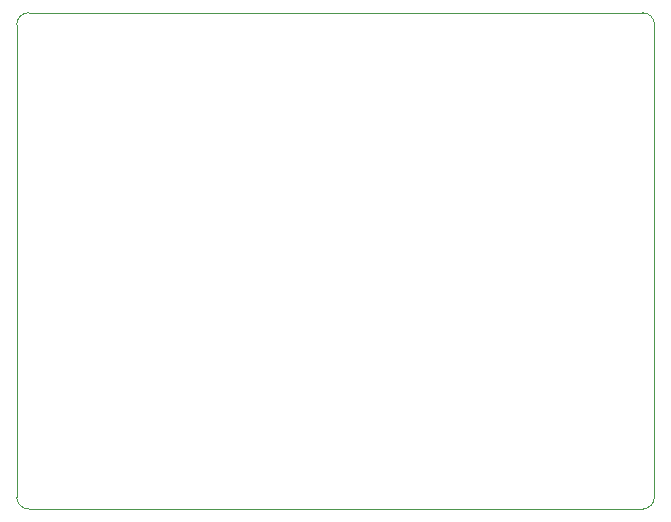
<source format=gbr>
%TF.GenerationSoftware,KiCad,Pcbnew,(5.99.0-11763-gc80efb0f98)*%
%TF.CreationDate,2021-08-26T10:07:41+03:00*%
%TF.ProjectId,E500_MCBB,45353030-5f4d-4434-9242-2e6b69636164,rev?*%
%TF.SameCoordinates,Original*%
%TF.FileFunction,Profile,NP*%
%FSLAX46Y46*%
G04 Gerber Fmt 4.6, Leading zero omitted, Abs format (unit mm)*
G04 Created by KiCad (PCBNEW (5.99.0-11763-gc80efb0f98)) date 2021-08-26 10:07:41*
%MOMM*%
%LPD*%
G01*
G04 APERTURE LIST*
%TA.AperFunction,Profile*%
%ADD10C,0.120000*%
%TD*%
G04 APERTURE END LIST*
D10*
%TO.C,U1*%
X129940000Y-78500000D02*
G75*
G02*
X130940000Y-77500000I1000000J0D01*
G01*
X183940000Y-118500000D02*
G75*
G02*
X182940000Y-119500000I-1000000J0D01*
G01*
X130940000Y-119500000D02*
G75*
G02*
X129940000Y-118500000I0J1000000D01*
G01*
X182940000Y-77500000D02*
G75*
G02*
X183940000Y-78500000I0J-1000000D01*
G01*
X183940000Y-118500000D02*
X183940000Y-78500000D01*
X130940000Y-77500000D02*
X182940000Y-77500000D01*
X130940000Y-119500000D02*
X182940000Y-119500000D01*
X129940000Y-78500000D02*
X129940000Y-118500000D01*
%TD*%
M02*

</source>
